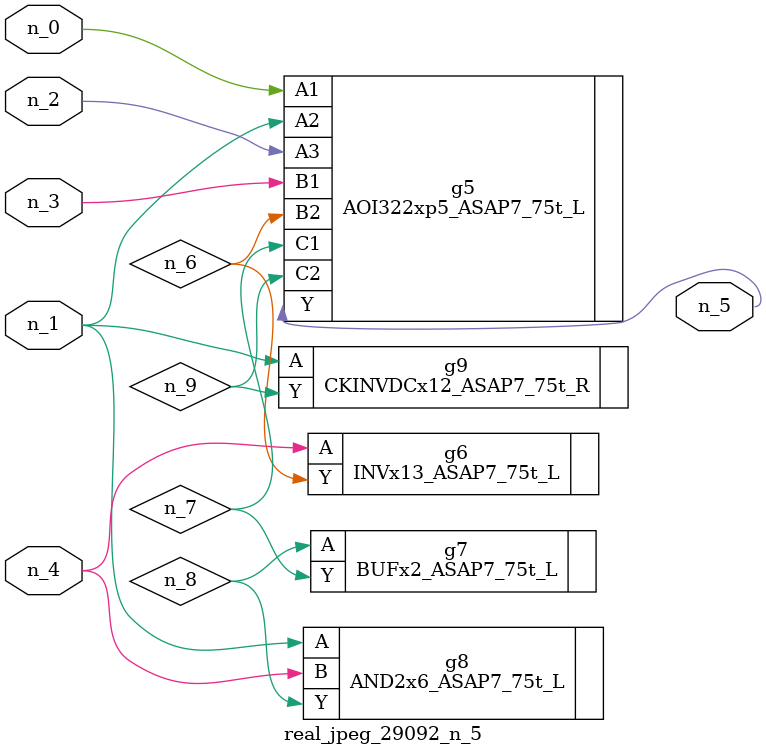
<source format=v>
module real_jpeg_29092_n_5 (n_4, n_0, n_1, n_2, n_3, n_5);

input n_4;
input n_0;
input n_1;
input n_2;
input n_3;

output n_5;

wire n_8;
wire n_6;
wire n_7;
wire n_9;

AOI322xp5_ASAP7_75t_L g5 ( 
.A1(n_0),
.A2(n_1),
.A3(n_2),
.B1(n_3),
.B2(n_6),
.C1(n_7),
.C2(n_9),
.Y(n_5)
);

AND2x6_ASAP7_75t_L g8 ( 
.A(n_1),
.B(n_4),
.Y(n_8)
);

CKINVDCx12_ASAP7_75t_R g9 ( 
.A(n_1),
.Y(n_9)
);

INVx13_ASAP7_75t_L g6 ( 
.A(n_4),
.Y(n_6)
);

BUFx2_ASAP7_75t_L g7 ( 
.A(n_8),
.Y(n_7)
);


endmodule
</source>
